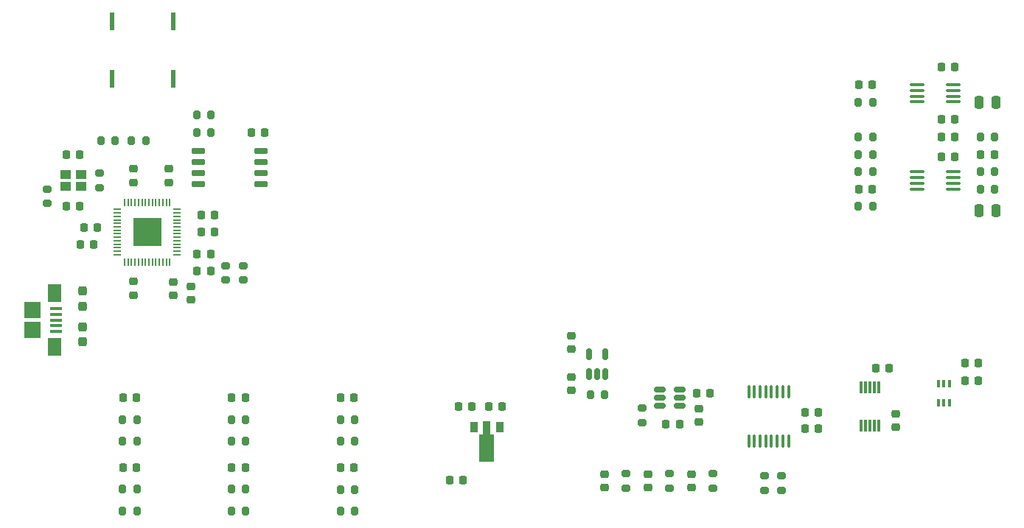
<source format=gtp>
G04 #@! TF.GenerationSoftware,KiCad,Pcbnew,(6.0.5)*
G04 #@! TF.CreationDate,2023-10-06T10:58:17-04:00*
G04 #@! TF.ProjectId,v1,76312e6b-6963-4616-945f-706362585858,rev?*
G04 #@! TF.SameCoordinates,Original*
G04 #@! TF.FileFunction,Paste,Top*
G04 #@! TF.FilePolarity,Positive*
%FSLAX46Y46*%
G04 Gerber Fmt 4.6, Leading zero omitted, Abs format (unit mm)*
G04 Created by KiCad (PCBNEW (6.0.5)) date 2023-10-06 10:58:17*
%MOMM*%
%LPD*%
G01*
G04 APERTURE LIST*
G04 Aperture macros list*
%AMRoundRect*
0 Rectangle with rounded corners*
0 $1 Rounding radius*
0 $2 $3 $4 $5 $6 $7 $8 $9 X,Y pos of 4 corners*
0 Add a 4 corners polygon primitive as box body*
4,1,4,$2,$3,$4,$5,$6,$7,$8,$9,$2,$3,0*
0 Add four circle primitives for the rounded corners*
1,1,$1+$1,$2,$3*
1,1,$1+$1,$4,$5*
1,1,$1+$1,$6,$7*
1,1,$1+$1,$8,$9*
0 Add four rect primitives between the rounded corners*
20,1,$1+$1,$2,$3,$4,$5,0*
20,1,$1+$1,$4,$5,$6,$7,0*
20,1,$1+$1,$6,$7,$8,$9,0*
20,1,$1+$1,$8,$9,$2,$3,0*%
%AMFreePoly0*
4,1,9,3.862500,-0.866500,0.737500,-0.866500,0.737500,-0.450000,-0.737500,-0.450000,-0.737500,0.450000,0.737500,0.450000,0.737500,0.866500,3.862500,0.866500,3.862500,-0.866500,3.862500,-0.866500,$1*%
G04 Aperture macros list end*
%ADD10RoundRect,0.250000X0.250000X0.475000X-0.250000X0.475000X-0.250000X-0.475000X0.250000X-0.475000X0*%
%ADD11RoundRect,0.250000X-0.250000X-0.475000X0.250000X-0.475000X0.250000X0.475000X-0.250000X0.475000X0*%
%ADD12RoundRect,0.200000X-0.200000X-0.275000X0.200000X-0.275000X0.200000X0.275000X-0.200000X0.275000X0*%
%ADD13RoundRect,0.225000X0.225000X0.250000X-0.225000X0.250000X-0.225000X-0.250000X0.225000X-0.250000X0*%
%ADD14RoundRect,0.200000X0.200000X0.275000X-0.200000X0.275000X-0.200000X-0.275000X0.200000X-0.275000X0*%
%ADD15RoundRect,0.225000X0.250000X-0.225000X0.250000X0.225000X-0.250000X0.225000X-0.250000X-0.225000X0*%
%ADD16RoundRect,0.225000X-0.225000X-0.250000X0.225000X-0.250000X0.225000X0.250000X-0.225000X0.250000X0*%
%ADD17RoundRect,0.200000X0.275000X-0.200000X0.275000X0.200000X-0.275000X0.200000X-0.275000X-0.200000X0*%
%ADD18RoundRect,0.218750X-0.256250X0.218750X-0.256250X-0.218750X0.256250X-0.218750X0.256250X0.218750X0*%
%ADD19RoundRect,0.200000X-0.275000X0.200000X-0.275000X-0.200000X0.275000X-0.200000X0.275000X0.200000X0*%
%ADD20RoundRect,0.225000X-0.250000X0.225000X-0.250000X-0.225000X0.250000X-0.225000X0.250000X0.225000X0*%
%ADD21O,0.200000X0.875000*%
%ADD22O,0.875000X0.200000*%
%ADD23R,3.200000X3.200000*%
%ADD24R,0.558800X2.108200*%
%ADD25RoundRect,0.100000X-0.100000X0.637500X-0.100000X-0.637500X0.100000X-0.637500X0.100000X0.637500X0*%
%ADD26RoundRect,0.150000X0.150000X-0.512500X0.150000X0.512500X-0.150000X0.512500X-0.150000X-0.512500X0*%
%ADD27RoundRect,0.100000X-0.712500X-0.100000X0.712500X-0.100000X0.712500X0.100000X-0.712500X0.100000X0*%
%ADD28RoundRect,0.150000X-0.650000X-0.150000X0.650000X-0.150000X0.650000X0.150000X-0.650000X0.150000X0*%
%ADD29R,1.150000X1.000000*%
%ADD30R,0.400000X0.900000*%
%ADD31RoundRect,0.150000X-0.512500X-0.150000X0.512500X-0.150000X0.512500X0.150000X-0.512500X0.150000X0*%
%ADD32RoundRect,0.237500X-0.237500X0.287500X-0.237500X-0.287500X0.237500X-0.287500X0.237500X0.287500X0*%
%ADD33R,0.300000X1.400000*%
%ADD34R,1.360000X0.400000*%
%ADD35R,1.900000X1.950000*%
%ADD36R,1.600000X2.100000*%
%ADD37R,0.900000X1.300000*%
%ADD38FreePoly0,270.000000*%
%ADD39RoundRect,0.237500X0.237500X-0.287500X0.237500X0.287500X-0.237500X0.287500X-0.237500X-0.287500X0*%
G04 APERTURE END LIST*
D10*
X199450000Y-96000000D03*
X197550000Y-96000000D03*
D11*
X197550000Y-83500000D03*
X199450000Y-83500000D03*
D12*
X124175000Y-120000000D03*
X125825000Y-120000000D03*
D13*
X115500000Y-87000000D03*
X113950000Y-87000000D03*
D14*
X185325000Y-91500000D03*
X183675000Y-91500000D03*
D15*
X100400000Y-92712500D03*
X100400000Y-91162500D03*
D12*
X99175000Y-120000000D03*
X100825000Y-120000000D03*
D16*
X195905000Y-113500000D03*
X197455000Y-113500000D03*
D17*
X158862500Y-120325000D03*
X158862500Y-118675000D03*
D14*
X113325000Y-122500000D03*
X111675000Y-122500000D03*
D13*
X185275000Y-93500000D03*
X183725000Y-93500000D03*
D18*
X159500000Y-126252500D03*
X159500000Y-127827500D03*
D19*
X172875000Y-126487500D03*
X172875000Y-128137500D03*
D16*
X195905000Y-115500000D03*
X197455000Y-115500000D03*
D12*
X99175000Y-128000000D03*
X100825000Y-128000000D03*
D13*
X138275000Y-127000000D03*
X136725000Y-127000000D03*
D20*
X107000000Y-104662500D03*
X107000000Y-106212500D03*
D19*
X113000000Y-102287500D03*
X113000000Y-103937500D03*
D13*
X194775000Y-87500000D03*
X193225000Y-87500000D03*
D19*
X157000000Y-126215000D03*
X157000000Y-127865000D03*
D21*
X104600000Y-95000000D03*
X104200000Y-95000000D03*
X103800000Y-95000000D03*
X103400000Y-95000000D03*
X103000000Y-95000000D03*
X102600000Y-95000000D03*
X102200000Y-95000000D03*
X101800000Y-95000000D03*
X101400000Y-95000000D03*
X101000000Y-95000000D03*
X100600000Y-95000000D03*
X100200000Y-95000000D03*
X99800000Y-95000000D03*
X99400000Y-95000000D03*
D22*
X98562500Y-95837500D03*
X98562500Y-96237500D03*
X98562500Y-96637500D03*
X98562500Y-97037500D03*
X98562500Y-97437500D03*
X98562500Y-97837500D03*
X98562500Y-98237500D03*
X98562500Y-98637500D03*
X98562500Y-99037500D03*
X98562500Y-99437500D03*
X98562500Y-99837500D03*
X98562500Y-100237500D03*
X98562500Y-100637500D03*
X98562500Y-101037500D03*
D21*
X99400000Y-101875000D03*
X99800000Y-101875000D03*
X100200000Y-101875000D03*
X100600000Y-101875000D03*
X101000000Y-101875000D03*
X101400000Y-101875000D03*
X101800000Y-101875000D03*
X102200000Y-101875000D03*
X102600000Y-101875000D03*
X103000000Y-101875000D03*
X103400000Y-101875000D03*
X103800000Y-101875000D03*
X104200000Y-101875000D03*
X104600000Y-101875000D03*
D22*
X105437500Y-101037500D03*
X105437500Y-100637500D03*
X105437500Y-100237500D03*
X105437500Y-99837500D03*
X105437500Y-99437500D03*
X105437500Y-99037500D03*
X105437500Y-98637500D03*
X105437500Y-98237500D03*
X105437500Y-97837500D03*
X105437500Y-97437500D03*
X105437500Y-97037500D03*
X105437500Y-96637500D03*
X105437500Y-96237500D03*
X105437500Y-95837500D03*
D23*
X102000000Y-98437500D03*
D24*
X105000000Y-74199300D03*
X105000000Y-80800700D03*
D25*
X175650000Y-116775000D03*
X175000000Y-116775000D03*
X174350000Y-116775000D03*
X173700000Y-116775000D03*
X173050000Y-116775000D03*
X172400000Y-116775000D03*
X171750000Y-116775000D03*
X171100000Y-116775000D03*
X171100000Y-122500000D03*
X171750000Y-122500000D03*
X172400000Y-122500000D03*
X173050000Y-122500000D03*
X173700000Y-122500000D03*
X174350000Y-122500000D03*
X175000000Y-122500000D03*
X175650000Y-122500000D03*
D12*
X197675000Y-87500000D03*
X199325000Y-87500000D03*
X183675000Y-83500000D03*
X185325000Y-83500000D03*
X111675000Y-120000000D03*
X113325000Y-120000000D03*
X152875000Y-117100000D03*
X154525000Y-117100000D03*
D13*
X96275000Y-97937500D03*
X94725000Y-97937500D03*
D26*
X152750000Y-114737500D03*
X153700000Y-114737500D03*
X154650000Y-114737500D03*
X154650000Y-112462500D03*
X152750000Y-112462500D03*
D14*
X185325000Y-95500000D03*
X183675000Y-95500000D03*
D17*
X96500000Y-93325000D03*
X96500000Y-91675000D03*
D13*
X94275000Y-89500000D03*
X92725000Y-89500000D03*
D27*
X190387500Y-91525000D03*
X190387500Y-92175000D03*
X190387500Y-92825000D03*
X190387500Y-93475000D03*
X194612500Y-93475000D03*
X194612500Y-92825000D03*
X194612500Y-92175000D03*
X194612500Y-91525000D03*
D12*
X197675000Y-91500000D03*
X199325000Y-91500000D03*
D28*
X107900000Y-89095000D03*
X107900000Y-90365000D03*
X107900000Y-91635000D03*
X107900000Y-92905000D03*
X115100000Y-92905000D03*
X115100000Y-91635000D03*
X115100000Y-90365000D03*
X115100000Y-89095000D03*
D29*
X92625000Y-93200000D03*
X94375000Y-93200000D03*
X94375000Y-91800000D03*
X92625000Y-91800000D03*
D12*
X183675000Y-87500000D03*
X185325000Y-87500000D03*
D14*
X199325000Y-93500000D03*
X197675000Y-93500000D03*
D20*
X150700000Y-115100000D03*
X150700000Y-116650000D03*
D30*
X192850000Y-118100000D03*
X193500000Y-118100000D03*
X194150000Y-118100000D03*
X194150000Y-115900000D03*
X193500000Y-115900000D03*
X192850000Y-115900000D03*
D19*
X111000000Y-102287500D03*
X111000000Y-103937500D03*
D20*
X105000000Y-104162500D03*
X105000000Y-105712500D03*
D16*
X111725000Y-117500000D03*
X113275000Y-117500000D03*
X108225000Y-96437500D03*
X109775000Y-96437500D03*
X99225000Y-125500000D03*
X100775000Y-125500000D03*
D12*
X107675000Y-87000000D03*
X109325000Y-87000000D03*
D15*
X150700000Y-111875000D03*
X150700000Y-110325000D03*
D16*
X111725000Y-125500000D03*
X113275000Y-125500000D03*
X197725000Y-89500000D03*
X199275000Y-89500000D03*
D13*
X194775000Y-89800000D03*
X193225000Y-89800000D03*
D18*
X154500000Y-126252500D03*
X154500000Y-127827500D03*
D27*
X194612500Y-81525000D03*
X194612500Y-82175000D03*
X194612500Y-82825000D03*
X194612500Y-83475000D03*
X190387500Y-83475000D03*
X190387500Y-82825000D03*
X190387500Y-82175000D03*
X190387500Y-81525000D03*
D19*
X162000000Y-126215000D03*
X162000000Y-127865000D03*
D31*
X160862500Y-116550000D03*
X160862500Y-117500000D03*
X160862500Y-118450000D03*
X163137500Y-118450000D03*
X163137500Y-117500000D03*
X163137500Y-116550000D03*
D14*
X125825000Y-122500000D03*
X124175000Y-122500000D03*
X100825000Y-130500000D03*
X99175000Y-130500000D03*
D16*
X107725000Y-102937500D03*
X109275000Y-102937500D03*
D13*
X139275000Y-118500000D03*
X137725000Y-118500000D03*
D12*
X107675000Y-85000000D03*
X109325000Y-85000000D03*
D20*
X165362500Y-118725000D03*
X165362500Y-120275000D03*
D16*
X177525000Y-119200000D03*
X179075000Y-119200000D03*
D13*
X95875000Y-99900000D03*
X94325000Y-99900000D03*
D16*
X124225000Y-117500000D03*
X125775000Y-117500000D03*
X177525000Y-121062500D03*
X179075000Y-121062500D03*
D32*
X94600000Y-109325000D03*
X94600000Y-111075000D03*
D18*
X164500000Y-126252500D03*
X164500000Y-127827500D03*
D16*
X108225000Y-98437500D03*
X109775000Y-98437500D03*
D24*
X98000000Y-74199300D03*
X98000000Y-80800700D03*
D13*
X125775000Y-125540000D03*
X124225000Y-125540000D03*
D33*
X186000000Y-116300000D03*
X185500000Y-116300000D03*
X185000000Y-116300000D03*
X184500000Y-116300000D03*
X184000000Y-116300000D03*
X184000000Y-120700000D03*
X184500000Y-120700000D03*
X185000000Y-120700000D03*
X185500000Y-120700000D03*
X186000000Y-120700000D03*
D34*
X91500000Y-107250000D03*
X91500000Y-107900000D03*
X91500000Y-108550000D03*
X91500000Y-109200000D03*
X91500000Y-109850000D03*
D35*
X88850000Y-109725000D03*
D36*
X91400000Y-105450000D03*
D35*
X88850000Y-107375000D03*
D36*
X91400000Y-111650000D03*
D16*
X183725000Y-81500000D03*
X185275000Y-81500000D03*
D19*
X167000000Y-126215000D03*
X167000000Y-127865000D03*
D14*
X185325000Y-89500000D03*
X183675000Y-89500000D03*
D13*
X163137500Y-120500000D03*
X161587500Y-120500000D03*
D12*
X111675000Y-128000000D03*
X113325000Y-128000000D03*
D14*
X113325000Y-130500000D03*
X111675000Y-130500000D03*
X100825000Y-122500000D03*
X99175000Y-122500000D03*
D16*
X107725000Y-100937500D03*
X109275000Y-100937500D03*
D15*
X104500000Y-92712500D03*
X104500000Y-91162500D03*
D19*
X174875000Y-126487500D03*
X174875000Y-128137500D03*
D16*
X99225000Y-117500000D03*
X100775000Y-117500000D03*
D19*
X90500000Y-93500000D03*
X90500000Y-95150000D03*
D16*
X185654000Y-114079000D03*
X187204000Y-114079000D03*
X92725000Y-95500000D03*
X94275000Y-95500000D03*
D13*
X194775000Y-85500000D03*
X193225000Y-85500000D03*
D37*
X142500000Y-120850000D03*
D38*
X141000000Y-120937500D03*
D37*
X139500000Y-120850000D03*
D15*
X187929000Y-120854000D03*
X187929000Y-119304000D03*
D16*
X165087500Y-117000000D03*
X166637500Y-117000000D03*
D20*
X100400000Y-104125000D03*
X100400000Y-105675000D03*
D16*
X141225000Y-118500000D03*
X142775000Y-118500000D03*
D39*
X94600000Y-106975000D03*
X94600000Y-105225000D03*
D14*
X125825000Y-130540000D03*
X124175000Y-130540000D03*
D12*
X124175000Y-128040000D03*
X125825000Y-128040000D03*
X100175000Y-87937500D03*
X101825000Y-87937500D03*
D13*
X194775000Y-79500000D03*
X193225000Y-79500000D03*
D14*
X98325000Y-87937500D03*
X96675000Y-87937500D03*
M02*

</source>
